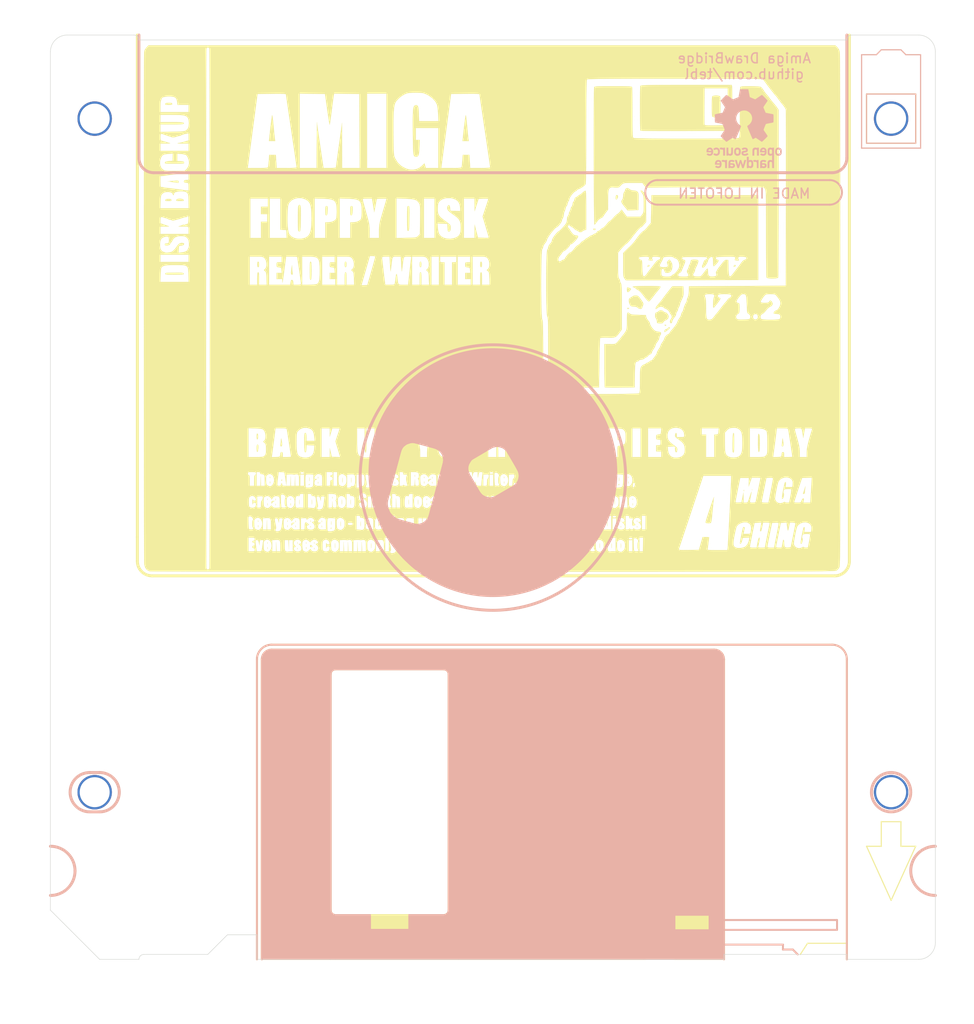
<source format=kicad_pcb>
(kicad_pcb (version 20171130) (host pcbnew "(5.1.8)-1")
  (layers (0 F.Cu signal) (31 B.Cu signal) (34 B.Paste user) (35 F.Paste user) (36 B.SilkS user) (37 F.SilkS user) (38 B.Mask user) (39 F.Mask user) (44 Edge.Cuts user))
  (net 0 "")
  (net 1 GND)
  (module artwork:magazine_label (layer F.Cu) (at 152.908 82.804)
    (fp_text reference G*** hide)
    (fp_text value LOGO hide)
  )
  (module mounting:M3_pin (layer F.Cu) (at 112.5 63.5)
    (fp_text reference M4 hide)
    (fp_text value Mounting hide)
    (pad 1 thru_hole circle (at 0 0) (size 3.5 3.5) (drill 3.048) (layers *.Cu *.Mask))
  )
  (module mounting:M3_pin (layer F.Cu) (at 193.5 63.5)
    (fp_text reference M3 hide)
    (fp_text value Mounting hide)
    (pad 1 thru_hole circle (at 0 0) (size 3.5 3.5) (drill 3.048) (layers *.Cu *.Mask))
  )
  (module Symbol:OSHW-Logo_7.5x8mm_SilkScreen (layer B.Cu) (at 178.562 64.516 180)
    (fp_text reference REF** hide)
    (fp_text value OSHW-Logo_7.5x8mm_SilkScreen hide)
  )
  (module mounting:M3_pin (layer F.Cu) (at 112.5 132)
    (fp_text reference M1 hide)
    (fp_text value Mounting hide)
    (pad 1 thru_hole circle (at 0 0) (size 3.5 3.5) (drill 3.048) (layers *.Cu *.Mask))
  )
  (module mounting:M3_pin (layer F.Cu) (at 193.5 132)
    (fp_text reference M2 hide)
    (fp_text value Mounting hide)
    (pad 1 thru_hole circle (at 0 0) (size 3.5 3.5) (drill 3.048) (layers *.Cu *.Mask))
  )
  (gr_text "MADE IN LOFOTEN" (at 178.562 71.12) (layer B.SilkS) (effects (font (size 1 1)) (justify mirror)))
  (gr_arc (start 196.3 147.3) (end 196.3 149) (angle -90) (layer Edge.Cuts) (width 0.05))
  (gr_arc (start 196.3 56.7) (end 198 56.7) (angle -90) (layer Edge.Cuts) (width 0.05))
  (gr_text "Amiga DrawBridge\ngithub.com/tebl" (at 178.562 58.166) (layer B.SilkS) (effects (font (size 1 1)) (justify mirror)))
  (gr_line (start 116.84 106.045) (end 116.84 108.5) (layer F.SilkS) (width 0.3))
  (gr_line (start 196 61) (end 191 61) (layer F.SilkS) (width 0.12))
  (gr_line (start 191 61) (end 191 66) (layer B.SilkS) (width 0.12))
  (gr_line (start 196 61) (end 191 61) (layer B.SilkS) (width 0.12))
  (gr_line (start 196 66) (end 196 61) (layer B.SilkS) (width 0.12))
  (gr_line (start 191 66) (end 191 61) (layer F.SilkS) (width 0.12))
  (gr_line (start 191 66) (end 196 66) (layer B.SilkS) (width 0.12))
  (gr_line (start 196 61) (end 196 66) (layer F.SilkS) (width 0.12))
  (gr_line (start 196 66) (end 191 66) (layer F.SilkS) (width 0.12))
  (gr_poly (pts (xy 155.7 87.3) (xy 157.8 87.9) (xy 159.5 88.8) (xy 161.3 90.1) (xy 162.4 91.3) (xy 163.1 92.1) (xy 163.8 93.2) (xy 164.2 94) (xy 147.1 88.5) (xy 148.4 87.9) (xy 150.3 87.3) (xy 152 87) (xy 153.6 87)) (layer B.SilkS) (width 0.1))
  (gr_poly (pts (xy 150.5 98.7) (xy 150.4 99.1) (xy 150.5 99.4) (xy 150.615185 99.711237) (xy 150.8 100) (xy 147.6 100) (xy 147.953637 98.530233) (xy 148 98.2) (xy 150.8 98.2)) (layer B.SilkS) (width 0.1))
  (gr_poly (pts (xy 164.2 94) (xy 165.1 96.3) (xy 165.5 98.9) (xy 165.3 101.7) (xy 164.8 103.7) (xy 146.530132 103.842824) (xy 146.7 103.2) (xy 147.2 101.4) (xy 147.6 100) (xy 150.8 100) (xy 151.615185 101.443288) (xy 151.9 101.8) (xy 152.3 102) (xy 152.8 102.1) (xy 153.1 102) (xy 153.5 101.8) (xy 155.2 100.8) (xy 155.4 100.6) (xy 155.6 100.3) (xy 155.7 99.8) (xy 155.6 99.4) (xy 155.3 98.8) (xy 154.4 97.3) (xy 154.1 97) (xy 153.5 96.8) (xy 153 96.9) (xy 150.8 98.2) (xy 148 98.2) (xy 147.9 97.7) (xy 147.8 97.5) (xy 147.5 97.2) (xy 147.069753 96.999301) (xy 147.1 88.5)) (layer B.SilkS) (width 0.1))
  (gr_poly (pts (xy 143.2 98.9) (xy 142.312875 102.195177) (xy 142.2 102.7) (xy 142.5 103.6) (xy 142.8 103.9) (xy 143.2 104.2) (xy 143.8 104.4) (xy 144.9 104.7) (xy 145.3 104.8) (xy 145.8 104.7) (xy 146.1 104.5) (xy 146.4 104.2) (xy 146.530132 103.842824) (xy 164.8 103.7) (xy 163.8 105.7) (xy 162.6 107.5) (xy 161.4 108.7) (xy 160 109.9) (xy 158.5 110.7) (xy 157.4 111.2) (xy 155.7 111.7) (xy 154.4 111.9) (xy 152.8 112) (xy 151.2 111.9) (xy 149.7 111.6) (xy 148.1 111) (xy 146.7 110.3) (xy 145.1 109.2) (xy 143.7 107.9) (xy 142.7 106.6) (xy 141.8 105.1) (xy 141.2 103.6) (xy 140.7 102) (xy 140.5 100.6) (xy 140.5 98.9) (xy 140.7 97.4) (xy 143.6 97.4)) (layer B.SilkS) (width 0.1))
  (gr_poly (pts (xy 147.069753 96.999301) (xy 145.3 96.5) (xy 144.8 96.4) (xy 144.2 96.6) (xy 143.8 96.9) (xy 143.60697 97.365549) (xy 143.6 97.4) (xy 140.7 97.4) (xy 141.2 95.4) (xy 141.9 93.8) (xy 142.9 92.2) (xy 143.6 91.3) (xy 145.8 89.3) (xy 147.1 88.5)) (layer B.SilkS) (width 0.1))
  (gr_poly (pts (xy 176 117.6) (xy 176.4 118) (xy 176.5 118.5) (xy 176.5 144.5) (xy 171.5 144.5) (xy 171.5 146) (xy 148.5 146) (xy 148.5 120) (xy 148.7 117.5) (xy 175.5 117.5)) (layer B.SilkS) (width 0.1))
  (gr_poly (pts (xy 148.7 120) (xy 148.5 120) (xy 148.5 119.8) (xy 148.3 119.6) (xy 148 119.5) (xy 136.8 119.5) (xy 136.6 119.7) (xy 136.5 120) (xy 136.5 144.1) (xy 136.7 144.4) (xy 137 144.5) (xy 140.5 144.5) (xy 140.5 146) (xy 144.5 146) (xy 144.5 144.5) (xy 148.2 144.5) (xy 148.4 144.3) (xy 148.5 144) (xy 148.5 146) (xy 175 146) (xy 175 144.5) (xy 176.5 144.5) (xy 176.5 149) (xy 129.5 149) (xy 129.5 118.3) (xy 129.6 118.1) (xy 129.8 117.8) (xy 130.1 117.6) (xy 130.5 117.5) (xy 148.7 117.5)) (layer B.SilkS) (width 0.1))
  (gr_poly (pts (xy 175.9 117.6) (xy 176.2 117.8) (xy 176.4 118.1) (xy 176.5 118.5) (xy 176.5 149) (xy 171.5 149) (xy 171.5 148.5) (xy 168.5 148.5) (xy 168.5 149) (xy 149.5 149) (xy 149.5 117.5) (xy 175.5 117.5)) (layer F.SilkS) (width 0.1))
  (gr_poly (pts (xy 149.5 149) (xy 137 149) (xy 137 144.5) (xy 148 144.5) (xy 148.3 144.4) (xy 148.5 144.2) (xy 148.5 120) (xy 148.4 119.7) (xy 148.2 119.5) (xy 137 119.5) (xy 137 117.5) (xy 149.5 117.5)) (layer F.SilkS) (width 0.1))
  (gr_poly (pts (xy 136.6 144.3) (xy 136.8 144.5) (xy 137 144.5) (xy 137 149) (xy 136.5 149) (xy 136.5 144)) (layer F.SilkS) (width 0.1))
  (gr_poly (pts (xy 137 119.5) (xy 136.8 119.5) (xy 136.6 119.7) (xy 136.5 120) (xy 136.5 117.5) (xy 137 117.5)) (layer F.SilkS) (width 0.1))
  (gr_poly (pts (xy 136.5 119.4) (xy 136.5 120) (xy 136.5 149) (xy 129.5 149) (xy 129.5 118.5) (xy 129.6 118) (xy 130 117.6) (xy 130.5 117.5) (xy 136.5 117.5)) (layer F.SilkS) (width 0.1))
  (gr_line (start 194.5 135) (end 194.5 137.5) (layer F.SilkS) (width 0.12))
  (gr_line (start 192.5 135) (end 194.5 135) (layer F.SilkS) (width 0.12))
  (gr_line (start 192.5 137.5) (end 192.5 135) (layer F.SilkS) (width 0.12))
  (gr_line (start 191 137.5) (end 192.5 137.5) (layer F.SilkS) (width 0.12))
  (gr_line (start 193.5 143) (end 191 137.5) (layer F.SilkS) (width 0.12))
  (gr_line (start 196 137.5) (end 194.5 137.5) (layer F.SilkS) (width 0.12))
  (gr_line (start 193.5 143) (end 196 137.5) (layer F.SilkS) (width 0.12))
  (gr_line (start 143.60697 97.365548) (end 142.312875 102.195177) (layer B.SilkS) (width 0.12))
  (gr_line (start 143.550312 104.338481) (end 144.999201 104.726709) (layer B.SilkS) (width 0.12))
  (gr_arc (start 144.003245 102.64811) (end 142.312875 102.195177) (angle -90) (layer B.SilkS) (width 0.12))
  (gr_arc (start 145.322724 103.519301) (end 144.999201 104.726709) (angle -90) (layer B.SilkS) (width 0.12))
  (gr_line (start 147.069753 96.999302) (end 145.137901 96.481664) (layer B.SilkS) (width 0.12))
  (gr_line (start 146.530132 103.842825) (end 147.953637 98.530233) (layer B.SilkS) (width 0.12))
  (gr_arc (start 146.746229 98.206709) (end 147.953637 98.530233) (angle -90) (layer B.SilkS) (width 0.12))
  (gr_arc (start 144.814378 97.689072) (end 145.137901 96.481664) (angle -90) (layer B.SilkS) (width 0.12))
  (gr_arc (start 154.429767 99.818288) (end 155.054767 100.90082) (angle -90) (layer B.SilkS) (width 0.12))
  (gr_arc (start 152.697716 100.818288) (end 151.615185 101.443288) (angle -90) (layer B.SilkS) (width 0.12))
  (gr_arc (start 151.697716 99.086237) (end 151.072716 98.003705) (angle -90) (layer B.SilkS) (width 0.12))
  (gr_arc (start 153.429767 98.086237) (end 154.512299 97.461237) (angle -90) (layer B.SilkS) (width 0.12))
  (gr_line (start 152.804767 97.003705) (end 151.072716 98.003705) (layer B.SilkS) (width 0.12))
  (gr_line (start 155.512299 99.193288) (end 154.512299 97.461237) (layer B.SilkS) (width 0.12))
  (gr_line (start 153.322716 101.90082) (end 155.054767 100.90082) (layer B.SilkS) (width 0.12))
  (gr_line (start 150.615185 99.711237) (end 151.615185 101.443288) (layer B.SilkS) (width 0.12))
  (gr_circle (center 153 99.5) (end 165.5 99.5) (layer B.SilkS) (width 0.3))
  (gr_circle (center 153 100) (end 166.5 100) (layer B.SilkS) (width 0.3))
  (gr_line (start 194.5 56.5) (end 192.5 56.5) (layer B.SilkS) (width 0.12))
  (gr_line (start 192 57) (end 190.5 57) (layer B.SilkS) (width 0.12))
  (gr_line (start 192.5 56.5) (end 192 57) (layer B.SilkS) (width 0.12))
  (gr_line (start 195 57) (end 196.5 57) (layer B.SilkS) (width 0.12))
  (gr_line (start 194.5 56.5) (end 195 57) (layer B.SilkS) (width 0.12))
  (gr_line (start 196.5 66.5) (end 190.5 66.5) (layer B.SilkS) (width 0.12))
  (gr_line (start 196.5 57) (end 196.5 66.5) (layer B.SilkS) (width 0.12))
  (gr_line (start 190.5 66.5) (end 190.5 57) (layer B.SilkS) (width 0.12))
  (gr_line (start 187.25 72.25) (end 169.75 72.25) (layer B.SilkS) (width 0.2))
  (gr_line (start 187.25 69.75) (end 169.75 69.75) (layer B.SilkS) (width 0.2))
  (gr_arc (start 169.75 71) (end 169.75 69.75) (angle -180) (layer B.SilkS) (width 0.2))
  (gr_arc (start 187.25 71) (end 187.25 72.25) (angle -180) (layer B.SilkS) (width 0.2))
  (gr_line (start 183.5 148) (end 184 148.5) (layer B.SilkS) (width 0.2))
  (gr_line (start 182.5 148) (end 183.5 148) (layer B.SilkS) (width 0.2))
  (gr_line (start 182.5 147.5) (end 182.5 148) (layer B.SilkS) (width 0.2))
  (gr_line (start 176.5 147.5) (end 182.5 147.5) (layer B.SilkS) (width 0.2))
  (gr_line (start 113 134) (end 112 134) (layer B.SilkS) (width 0.3))
  (gr_line (start 113 130) (end 112 130) (layer B.SilkS) (width 0.3))
  (gr_arc (start 113 132) (end 113 134) (angle -180) (layer B.SilkS) (width 0.3))
  (gr_arc (start 112 132) (end 112 130) (angle -180) (layer B.SilkS) (width 0.3))
  (gr_circle (center 193.5 132) (end 195.5 132) (layer B.SilkS) (width 0.3))
  (gr_arc (start 108 140) (end 108 142.5) (angle -90) (layer B.SilkS) (width 0.3))
  (gr_arc (start 108 140) (end 110.5 140) (angle -90) (layer B.SilkS) (width 0.3))
  (gr_arc (start 198 140) (end 195.5 140) (angle -90) (layer B.SilkS) (width 0.3))
  (gr_arc (start 198 140) (end 198 137.5) (angle -90) (layer B.SilkS) (width 0.3))
  (gr_line (start 188 145) (end 176.5 145) (layer B.SilkS) (width 0.2))
  (gr_line (start 188 146) (end 188 145) (layer B.SilkS) (width 0.2))
  (gr_line (start 176.5 146) (end 188 146) (layer B.SilkS) (width 0.2))
  (gr_line (start 171.5 144.5) (end 175 144.5) (layer B.SilkS) (width 0.12))
  (gr_line (start 171.5 146) (end 171.5 144.5) (layer B.SilkS) (width 0.12))
  (gr_line (start 175 146) (end 171.5 146) (layer B.SilkS) (width 0.12))
  (gr_line (start 175 144.5) (end 175 146) (layer B.SilkS) (width 0.12))
  (gr_line (start 185 147.365) (end 184.2643 148.5011) (layer F.SilkS) (width 0.12))
  (gr_line (start 189 147.365) (end 185 147.365) (layer F.SilkS) (width 0.12))
  (gr_line (start 176.5 148.5) (end 185 148.5) (layer Edge.Cuts) (width 0.05))
  (gr_line (start 176.5 149) (end 176.5 148.5) (layer Edge.Cuts) (width 0.05))
  (gr_line (start 189 149) (end 196.3 149) (layer Edge.Cuts) (width 0.05))
  (gr_line (start 189 148.5) (end 185 148.5) (layer Edge.Cuts) (width 0.05))
  (gr_line (start 189 149) (end 189 148.5) (layer Edge.Cuts) (width 0.05))
  (gr_line (start 148 144.5) (end 144.5 144.5) (layer B.SilkS) (width 0.2))
  (gr_line (start 137 119.5) (end 148 119.5) (layer B.SilkS) (width 0.2))
  (gr_line (start 148.5 120) (end 148.5 144) (layer B.SilkS) (width 0.2))
  (gr_arc (start 148 120) (end 148.5 120) (angle -90) (layer B.SilkS) (width 0.2))
  (gr_line (start 136.5 120) (end 136.5 144) (layer B.SilkS) (width 0.2))
  (gr_arc (start 137 144) (end 136.5 144) (angle -90) (layer B.SilkS) (width 0.2))
  (gr_line (start 137 144.5) (end 140.5 144.5) (layer B.SilkS) (width 0.2))
  (gr_arc (start 137 120) (end 137 119.5) (angle -90) (layer B.SilkS) (width 0.2))
  (gr_arc (start 148 144) (end 148 144.5) (angle -90) (layer B.SilkS) (width 0.2))
  (gr_line (start 140.5 144.5) (end 144.5 144.5) (layer F.SilkS) (width 0.2))
  (gr_line (start 148 144.5) (end 144.5 144.5) (layer F.SilkS) (width 0.2))
  (gr_line (start 140.5 144.5) (end 140.5 146) (layer B.SilkS) (width 0.2))
  (gr_line (start 144.5 144.5) (end 144.5 146) (layer B.SilkS) (width 0.2))
  (gr_line (start 140.5 146) (end 144.5 146) (layer B.SilkS) (width 0.2))
  (gr_arc (start 137 144) (end 136.5 144) (angle -90) (layer F.SilkS) (width 0.2))
  (gr_arc (start 148 144) (end 148 144.5) (angle -90) (layer F.SilkS) (width 0.2))
  (gr_arc (start 148 120) (end 148.5 120) (angle -90) (layer F.SilkS) (width 0.2))
  (gr_arc (start 137 120) (end 137 119.5) (angle -90) (layer F.SilkS) (width 0.2))
  (gr_line (start 137 119.5) (end 148 119.5) (layer F.SilkS) (width 0.2))
  (gr_line (start 137 144.5) (end 140.5 144.5) (layer F.SilkS) (width 0.2))
  (gr_line (start 148.5 120) (end 148.5 144) (layer F.SilkS) (width 0.2))
  (gr_line (start 136.5 120) (end 136.5 144) (layer F.SilkS) (width 0.2))
  (gr_arc (start 130.5 118.5) (end 130.5 117.5) (angle -90) (layer B.SilkS) (width 0.2))
  (gr_arc (start 175.5 118.5) (end 176.5 118.5) (angle -90) (layer B.SilkS) (width 0.2))
  (gr_line (start 129.5 118.5) (end 129.5 149) (layer B.SilkS) (width 0.2))
  (gr_line (start 176.5 118.5) (end 176.5 149) (layer B.SilkS) (width 0.2))
  (gr_line (start 130.5 117.5) (end 175.5 117.5) (layer B.SilkS) (width 0.2))
  (gr_line (start 130.5 117) (end 187.5 117) (layer B.SilkS) (width 0.2))
  (gr_line (start 129 118.5) (end 129 149) (layer B.SilkS) (width 0.2))
  (gr_arc (start 187.5 118.5) (end 189 118.5) (angle -90) (layer B.SilkS) (width 0.2))
  (gr_line (start 189 118.5) (end 189 149) (layer B.SilkS) (width 0.2))
  (gr_arc (start 130.5 118.5) (end 130.5 117) (angle -90) (layer B.SilkS) (width 0.2))
  (gr_line (start 171.5 148.5) (end 168.5 148.5) (layer F.SilkS) (width 0.1))
  (gr_line (start 168.5 148.5) (end 168.5 149) (layer F.SilkS) (width 0.1))
  (gr_line (start 171.5 148.5) (end 171.5 149) (layer F.SilkS) (width 0.1))
  (gr_line (start 176.5 118.5) (end 176.5 149) (layer F.SilkS) (width 0.2))
  (gr_line (start 130.5 117.5) (end 175.5 117.5) (layer F.SilkS) (width 0.2))
  (gr_arc (start 175.5 118.5) (end 176.5 118.5) (angle -90) (layer F.SilkS) (width 0.2))
  (gr_line (start 129.5 118.5) (end 129.5 149) (layer F.SilkS) (width 0.2))
  (gr_arc (start 130.5 118.5) (end 130.5 117.5) (angle -90) (layer F.SilkS) (width 0.2))
  (gr_line (start 189 55) (end 189 67.5) (layer B.SilkS) (width 0.3))
  (gr_line (start 117 55) (end 117 67.5) (layer B.SilkS) (width 0.3))
  (gr_arc (start 118.5 67.5) (end 117 67.5) (angle -90) (layer B.SilkS) (width 0.3))
  (gr_arc (start 187.5 67.5) (end 187.5 69) (angle -90) (layer B.SilkS) (width 0.3))
  (gr_line (start 187.5 69) (end 118.5 69) (layer B.SilkS) (width 0.3))
  (gr_line (start 130.5 117) (end 187.5 117) (layer F.SilkS) (width 0.2))
  (gr_arc (start 130.5 118.5) (end 130.5 117) (angle -90) (layer F.SilkS) (width 0.2))
  (gr_line (start 129 118.5) (end 129 149) (layer F.SilkS) (width 0.2))
  (gr_arc (start 187.5 118.5) (end 189 118.5) (angle -90) (layer F.SilkS) (width 0.2))
  (gr_line (start 189 118.5) (end 189 149) (layer F.SilkS) (width 0.2))
  (gr_arc (start 187.754 108.5) (end 187.754 110) (angle -90) (layer F.SilkS) (width 0.3))
  (gr_arc (start 118.34 108.5) (end 116.84 108.5) (angle -90) (layer F.SilkS) (width 0.3))
  (gr_line (start 187.754 110) (end 118.364 110) (layer F.SilkS) (width 0.3))
  (gr_line (start 189.254 55) (end 189.254 108.5) (layer F.SilkS) (width 0.3))
  (gr_line (start 116.84 55) (end 116.84 106.045) (layer F.SilkS) (width 0.3))
  (gr_line (start 117 149) (end 113 149) (layer Edge.Cuts) (width 0.05))
  (gr_line (start 129 146.5) (end 129 149) (layer Edge.Cuts) (width 0.05))
  (gr_arc (start 117.5 149) (end 117.5 148.5) (angle -90) (layer Edge.Cuts) (width 0.05))
  (gr_line (start 126 146.5) (end 129 146.5) (layer Edge.Cuts) (width 0.05))
  (gr_line (start 124 148.5) (end 126 146.5) (layer Edge.Cuts) (width 0.05))
  (gr_line (start 117.5 148.5) (end 124 148.5) (layer Edge.Cuts) (width 0.05))
  (gr_line (start 113 149) (end 108 144) (layer Edge.Cuts) (width 0.05))
  (gr_arc (start 189.5 55.5) (end 189.5 55) (angle -90) (layer Edge.Cuts) (width 0.05))
  (gr_arc (start 116.5 55.5) (end 117 55.5) (angle -90) (layer Edge.Cuts) (width 0.05))
  (gr_line (start 109.7 55) (end 116.5 55) (layer Edge.Cuts) (width 0.05))
  (gr_line (start 117 55.5) (end 189 55.5) (layer Edge.Cuts) (width 0.05))
  (gr_arc (start 109.7 56.7) (end 109.7 55) (angle -90) (layer Edge.Cuts) (width 0.05))
  (gr_line (start 108 144) (end 108 56.7) (layer Edge.Cuts) (width 0.05))
  (gr_line (start 176.5 149) (end 129 149) (layer Edge.Cuts) (width 0.05))
  (gr_line (start 198 56.7) (end 198 147.3) (layer Edge.Cuts) (width 0.05))
  (gr_line (start 189.5 55) (end 196.3 55) (layer Edge.Cuts) (width 0.05))
)
</source>
